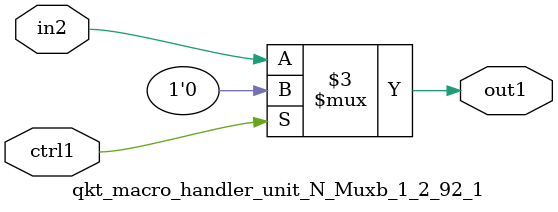
<source format=v>

`timescale 1ps / 1ps


module qkt_macro_handler_unit_N_Muxb_1_2_92_1( in2, ctrl1, out1 );

    input in2;
    input ctrl1;
    output out1;
    reg out1;

    
    // rtl_process:qkt_macro_handler_unit_N_Muxb_1_2_92_1/qkt_macro_handler_unit_N_Muxb_1_2_92_1_thread_1
    always @*
      begin : qkt_macro_handler_unit_N_Muxb_1_2_92_1_thread_1
        case (ctrl1) 
          1'b1: 
            begin
              out1 = 1'b0;
            end
          default: 
            begin
              out1 = in2;
            end
        endcase
      end

endmodule


</source>
